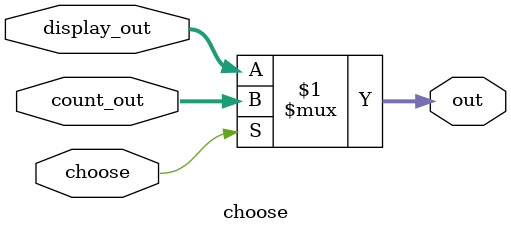
<source format=v>
`timescale 1ns / 1ps


module choose(
    input [31:0] display_out,
    input [31:0] count_out,
    input choose,
    output [31:0] out
    );
    assign out=choose?count_out:display_out;
endmodule

</source>
